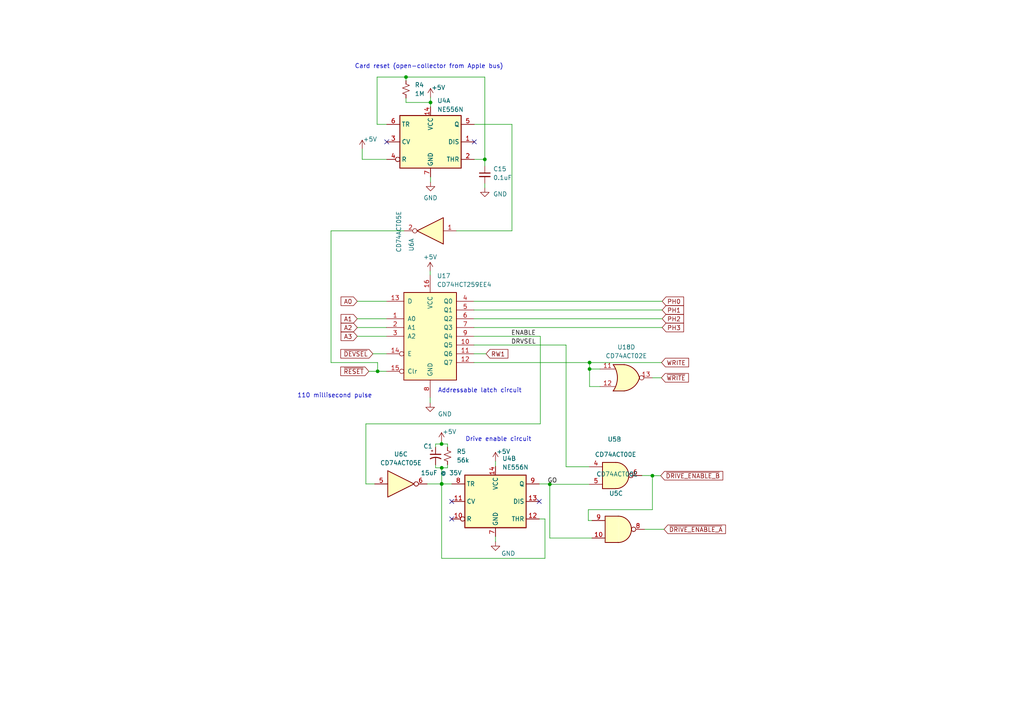
<source format=kicad_sch>
(kicad_sch (version 20230121) (generator eeschema)
  (paper "A4")
  (lib_symbols
    (symbol "74xx:74LS00" (pin_names (offset 1.016))
      (property "Reference" "U" (at 0 1.27 0))
      (property "Value" "74LS00" (at 0 -1.27 0))
      (symbol "74LS00_1_1"
        (arc (start 0 -3.81) (mid 3.7934 0) (end 0 3.81) (stroke (width 0.254)) (fill (type background)))
        (polyline (pts (xy 0 3.81) (xy -3.81 3.81) (xy -3.81 -3.81) (xy 0 -3.81)) (stroke (width 0.254)) (fill (type background)))
        (pin input line (at -7.62 2.54 0) (length 3.81) (name "~") (number "1"))
        (pin input line (at -7.62 -2.54 0) (length 3.81) (name "~") (number "2"))
        (pin output inverted (at 7.62 0 180) (length 3.81) (name "~") (number "3"))
      )
      (symbol "74LS00_1_2"
        (arc (start -3.81 -3.81) (mid -2.589 0) (end -3.81 3.81) (stroke (width 0.254)))
        (arc (start -0.6096 -3.81) (mid 2.1842 -2.5851) (end 3.81 0) (stroke (width 0.254)) (fill (type background)))
        (polyline (pts (xy -3.81 -3.81) (xy -0.635 -3.81)) (stroke (width 0.254)) (fill (type background)))
        (polyline (pts (xy -3.81 3.81) (xy -0.635 3.81)) (stroke (width 0.254)) (fill (type background)))
        (polyline (pts (xy -0.635 3.81) (xy -3.81 3.81) (xy -3.81 3.81) (xy -3.556 3.4036) (xy -3.0226 2.2606) (xy -2.6924 1.0414) (xy -2.6162 -0.254) (xy -2.7686 -1.4986) (xy -3.175 -2.7178) (xy -3.81 -3.81) (xy -3.81 -3.81) (xy -0.635 -3.81)) (stroke (width -25.4)) (fill (type background)))
        (arc (start 3.81 0) (mid 2.1915 2.5936) (end -0.6096 3.81) (stroke (width 0.254)) (fill (type background)))
        (pin input inverted (at -7.62 2.54 0) (length 4.318) (name "~") (number "1"))
        (pin input inverted (at -7.62 -2.54 0) (length 4.318) (name "~") (number "2"))
        (pin output line (at 7.62 0 180) (length 3.81) (name "~") (number "3"))
      )
      (symbol "74LS00_2_1"
        (arc (start 0 -3.81) (mid 3.7934 0) (end 0 3.81) (stroke (width 0.254)) (fill (type background)))
        (polyline (pts (xy 0 3.81) (xy -3.81 3.81) (xy -3.81 -3.81) (xy 0 -3.81)) (stroke (width 0.254)) (fill (type background)))
        (pin input line (at -7.62 2.54 0) (length 3.81) (name "~") (number "4"))
        (pin input line (at -7.62 -2.54 0) (length 3.81) (name "~") (number "5"))
        (pin output inverted (at 7.62 0 180) (length 3.81) (name "~") (number "6"))
      )
      (symbol "74LS00_2_2"
        (arc (start -3.81 -3.81) (mid -2.589 0) (end -3.81 3.81) (stroke (width 0.254)))
        (arc (start -0.6096 -3.81) (mid 2.1842 -2.5851) (end 3.81 0) (stroke (width 0.254)) (fill (type background)))
        (polyline (pts (xy -3.81 -3.81) (xy -0.635 -3.81)) (stroke (width 0.254)) (fill (type background)))
        (polyline (pts (xy -3.81 3.81) (xy -0.635 3.81)) (stroke (width 0.254)) (fill (type background)))
        (polyline (pts (xy -0.635 3.81) (xy -3.81 3.81) (xy -3.81 3.81) (xy -3.556 3.4036) (xy -3.0226 2.2606) (xy -2.6924 1.0414) (xy -2.6162 -0.254) (xy -2.7686 -1.4986) (xy -3.175 -2.7178) (xy -3.81 -3.81) (xy -3.81 -3.81) (xy -0.635 -3.81)) (stroke (width -25.4)) (fill (type background)))
        (arc (start 3.81 0) (mid 2.1915 2.5936) (end -0.6096 3.81) (stroke (width 0.254)) (fill (type background)))
        (pin input inverted (at -7.62 2.54 0) (length 4.318) (name "~") (number "4"))
        (pin input inverted (at -7.62 -2.54 0) (length 4.318) (name "~") (number "5"))
        (pin output line (at 7.62 0 180) (length 3.81) (name "~") (number "6"))
      )
      (symbol "74LS00_3_1"
        (arc (start 0 -3.81) (mid 3.7934 0) (end 0 3.81) (stroke (width 0.254)) (fill (type background)))
        (polyline (pts (xy 0 3.81) (xy -3.81 3.81) (xy -3.81 -3.81) (xy 0 -3.81)) (stroke (width 0.254)) (fill (type background)))
        (pin input line (at -7.62 -2.54 0) (length 3.81) (name "~") (number "10"))
        (pin output inverted (at 7.62 0 180) (length 3.81) (name "~") (number "8"))
        (pin input line (at -7.62 2.54 0) (length 3.81) (name "~") (number "9"))
      )
      (symbol "74LS00_3_2"
        (arc (start -3.81 -3.81) (mid -2.589 0) (end -3.81 3.81) (stroke (width 0.254)))
        (arc (start -0.6096 -3.81) (mid 2.1842 -2.5851) (end 3.81 0) (stroke (width 0.254)) (fill (type background)))
        (polyline (pts (xy -3.81 -3.81) (xy -0.635 -3.81)) (stroke (width 0.254)) (fill (type background)))
        (polyline (pts (xy -3.81 3.81) (xy -0.635 3.81)) (stroke (width 0.254)) (fill (type background)))
        (polyline (pts (xy -0.635 3.81) (xy -3.81 3.81) (xy -3.81 3.81) (xy -3.556 3.4036) (xy -3.0226 2.2606) (xy -2.6924 1.0414) (xy -2.6162 -0.254) (xy -2.7686 -1.4986) (xy -3.175 -2.7178) (xy -3.81 -3.81) (xy -3.81 -3.81) (xy -0.635 -3.81)) (stroke (width -25.4)) (fill (type background)))
        (arc (start 3.81 0) (mid 2.1915 2.5936) (end -0.6096 3.81) (stroke (width 0.254)) (fill (type background)))
        (pin input inverted (at -7.62 -2.54 0) (length 4.318) (name "~") (number "10"))
        (pin output line (at 7.62 0 180) (length 3.81) (name "~") (number "8"))
        (pin input inverted (at -7.62 2.54 0) (length 4.318) (name "~") (number "9"))
      )
      (symbol "74LS00_4_1"
        (arc (start 0 -3.81) (mid 3.7934 0) (end 0 3.81) (stroke (width 0.254)) (fill (type background)))
        (polyline (pts (xy 0 3.81) (xy -3.81 3.81) (xy -3.81 -3.81) (xy 0 -3.81)) (stroke (width 0.254)) (fill (type background)))
        (pin output inverted (at 7.62 0 180) (length 3.81) (name "~") (number "11"))
        (pin input line (at -7.62 2.54 0) (length 3.81) (name "~") (number "12"))
        (pin input line (at -7.62 -2.54 0) (length 3.81) (name "~") (number "13"))
      )
      (symbol "74LS00_4_2"
        (arc (start -3.81 -3.81) (mid -2.589 0) (end -3.81 3.81) (stroke (width 0.254)))
        (arc (start -0.6096 -3.81) (mid 2.1842 -2.5851) (end 3.81 0) (stroke (width 0.254)) (fill (type background)))
        (polyline (pts (xy -3.81 -3.81) (xy -0.635 -3.81)) (stroke (width 0.254)) (fill (type background)))
        (polyline (pts (xy -3.81 3.81) (xy -0.635 3.81)) (stroke (width 0.254)) (fill (type background)))
        (polyline (pts (xy -0.635 3.81) (xy -3.81 3.81) (xy -3.81 3.81) (xy -3.556 3.4036) (xy -3.0226 2.2606) (xy -2.6924 1.0414) (xy -2.6162 -0.254) (xy -2.7686 -1.4986) (xy -3.175 -2.7178) (xy -3.81 -3.81) (xy -3.81 -3.81) (xy -0.635 -3.81)) (stroke (width -25.4)) (fill (type background)))
        (arc (start 3.81 0) (mid 2.1915 2.5936) (end -0.6096 3.81) (stroke (width 0.254)) (fill (type background)))
        (pin output line (at 7.62 0 180) (length 3.81) (name "~") (number "11"))
        (pin input inverted (at -7.62 2.54 0) (length 4.318) (name "~") (number "12"))
        (pin input inverted (at -7.62 -2.54 0) (length 4.318) (name "~") (number "13"))
      )
      (symbol "74LS00_5_0"
        (pin power_in line (at 0 12.7 270) (length 5.08) (name "VCC") (number "14"))
        (pin power_in line (at 0 -12.7 90) (length 5.08) (name "GND") (number "7"))
      )
      (symbol "74LS00_5_1"
        (rectangle (start -5.08 7.62) (end 5.08 -7.62) (stroke (width 0.254)) (fill (type background)))
      )
    )
    (symbol "74xx:74LS02" (pin_names (offset 1.016))
      (property "Reference" "U" (at 0 1.27 0))
      (property "Value" "74LS02" (at 0 -1.27 0))
      (symbol "74LS02_1_1"
        (arc (start -3.81 -3.81) (mid -2.589 0) (end -3.81 3.81) (stroke (width 0.254)))
        (arc (start -0.6096 -3.81) (mid 2.1842 -2.5851) (end 3.81 0) (stroke (width 0.254)) (fill (type background)))
        (polyline (pts (xy -3.81 -3.81) (xy -0.635 -3.81)) (stroke (width 0.254)) (fill (type background)))
        (polyline (pts (xy -3.81 3.81) (xy -0.635 3.81)) (stroke (width 0.254)) (fill (type background)))
        (polyline (pts (xy -0.635 3.81) (xy -3.81 3.81) (xy -3.81 3.81) (xy -3.556 3.4036) (xy -3.0226 2.2606) (xy -2.6924 1.0414) (xy -2.6162 -0.254) (xy -2.7686 -1.4986) (xy -3.175 -2.7178) (xy -3.81 -3.81) (xy -3.81 -3.81) (xy -0.635 -3.81)) (stroke (width -25.4)) (fill (type background)))
        (arc (start 3.81 0) (mid 2.1915 2.5936) (end -0.6096 3.81) (stroke (width 0.254)) (fill (type background)))
        (pin output inverted (at 7.62 0 180) (length 3.81) (name "~") (number "1"))
        (pin input line (at -7.62 2.54 0) (length 4.318) (name "~") (number "2"))
        (pin input line (at -7.62 -2.54 0) (length 4.318) (name "~") (number "3"))
      )
      (symbol "74LS02_1_2"
        (arc (start 0 -3.81) (mid 3.7934 0) (end 0 3.81) (stroke (width 0.254)) (fill (type background)))
        (polyline (pts (xy 0 3.81) (xy -3.81 3.81) (xy -3.81 -3.81) (xy 0 -3.81)) (stroke (width 0.254)) (fill (type background)))
        (pin output line (at 7.62 0 180) (length 3.81) (name "~") (number "1"))
        (pin input inverted (at -7.62 2.54 0) (length 3.81) (name "~") (number "2"))
        (pin input inverted (at -7.62 -2.54 0) (length 3.81) (name "~") (number "3"))
      )
      (symbol "74LS02_2_1"
        (arc (start -3.81 -3.81) (mid -2.589 0) (end -3.81 3.81) (stroke (width 0.254)))
        (arc (start -0.6096 -3.81) (mid 2.1842 -2.5851) (end 3.81 0) (stroke (width 0.254)) (fill (type background)))
        (polyline (pts (xy -3.81 -3.81) (xy -0.635 -3.81)) (stroke (width 0.254)) (fill (type background)))
        (polyline (pts (xy -3.81 3.81) (xy -0.635 3.81)) (stroke (width 0.254)) (fill (type background)))
        (polyline (pts (xy -0.635 3.81) (xy -3.81 3.81) (xy -3.81 3.81) (xy -3.556 3.4036) (xy -3.0226 2.2606) (xy -2.6924 1.0414) (xy -2.6162 -0.254) (xy -2.7686 -1.4986) (xy -3.175 -2.7178) (xy -3.81 -3.81) (xy -3.81 -3.81) (xy -0.635 -3.81)) (stroke (width -25.4)) (fill (type background)))
        (arc (start 3.81 0) (mid 2.1915 2.5936) (end -0.6096 3.81) (stroke (width 0.254)) (fill (type background)))
        (pin output inverted (at 7.62 0 180) (length 3.81) (name "~") (number "4"))
        (pin input line (at -7.62 2.54 0) (length 4.318) (name "~") (number "5"))
        (pin input line (at -7.62 -2.54 0) (length 4.318) (name "~") (number "6"))
      )
      (symbol "74LS02_2_2"
        (arc (start 0 -3.81) (mid 3.7934 0) (end 0 3.81) (stroke (width 0.254)) (fill (type background)))
        (polyline (pts (xy 0 3.81) (xy -3.81 3.81) (xy -3.81 -3.81) (xy 0 -3.81)) (stroke (width 0.254)) (fill (type background)))
        (pin output line (at 7.62 0 180) (length 3.81) (name "~") (number "4"))
        (pin input inverted (at -7.62 2.54 0) (length 3.81) (name "~") (number "5"))
        (pin input inverted (at -7.62 -2.54 0) (length 3.81) (name "~") (number "6"))
      )
      (symbol "74LS02_3_1"
        (arc (start -3.81 -3.81) (mid -2.589 0) (end -3.81 3.81) (stroke (width 0.254)))
        (arc (start -0.6096 -3.81) (mid 2.1842 -2.5851) (end 3.81 0) (stroke (width 0.254)) (fill (type background)))
        (polyline (pts (xy -3.81 -3.81) (xy -0.635 -3.81)) (stroke (width 0.254)) (fill (type background)))
        (polyline (pts (xy -3.81 3.81) (xy -0.635 3.81)) (stroke (width 0.254)) (fill (type background)))
        (polyline (pts (xy -0.635 3.81) (xy -3.81 3.81) (xy -3.81 3.81) (xy -3.556 3.4036) (xy -3.0226 2.2606) (xy -2.6924 1.0414) (xy -2.6162 -0.254) (xy -2.7686 -1.4986) (xy -3.175 -2.7178) (xy -3.81 -3.81) (xy -3.81 -3.81) (xy -0.635 -3.81)) (stroke (width -25.4)) (fill (type background)))
        (arc (start 3.81 0) (mid 2.1915 2.5936) (end -0.6096 3.81) (stroke (width 0.254)) (fill (type background)))
        (pin output inverted (at 7.62 0 180) (length 3.81) (name "~") (number "10"))
        (pin input line (at -7.62 2.54 0) (length 4.318) (name "~") (number "8"))
        (pin input line (at -7.62 -2.54 0) (length 4.318) (name "~") (number "9"))
      )
      (symbol "74LS02_3_2"
        (arc (start 0 -3.81) (mid 3.7934 0) (end 0 3.81) (stroke (width 0.254)) (fill (type background)))
        (polyline (pts (xy 0 3.81) (xy -3.81 3.81) (xy -3.81 -3.81) (xy 0 -3.81)) (stroke (width 0.254)) (fill (type background)))
        (pin output line (at 7.62 0 180) (length 3.81) (name "~") (number "10"))
        (pin input inverted (at -7.62 2.54 0) (length 3.81) (name "~") (number "8"))
        (pin input inverted (at -7.62 -2.54 0) (length 3.81) (name "~") (number "9"))
      )
      (symbol "74LS02_4_1"
        (arc (start -3.81 -3.81) (mid -2.589 0) (end -3.81 3.81) (stroke (width 0.254)))
        (arc (start -0.6096 -3.81) (mid 2.1842 -2.5851) (end 3.81 0) (stroke (width 0.254)) (fill (type background)))
        (polyline (pts (xy -3.81 -3.81) (xy -0.635 -3.81)) (stroke (width 0.254)) (fill (type background)))
        (polyline (pts (xy -3.81 3.81) (xy -0.635 3.81)) (stroke (width 0.254)) (fill (type background)))
        (polyline (pts (xy -0.635 3.81) (xy -3.81 3.81) (xy -3.81 3.81) (xy -3.556 3.4036) (xy -3.0226 2.2606) (xy -2.6924 1.0414) (xy -2.6162 -0.254) (xy -2.7686 -1.4986) (xy -3.175 -2.7178) (xy -3.81 -3.81) (xy -3.81 -3.81) (xy -0.635 -3.81)) (stroke (width -25.4)) (fill (type background)))
        (arc (start 3.81 0) (mid 2.1915 2.5936) (end -0.6096 3.81) (stroke (width 0.254)) (fill (type background)))
        (pin input line (at -7.62 2.54 0) (length 4.318) (name "~") (number "11"))
        (pin input line (at -7.62 -2.54 0) (length 4.318) (name "~") (number "12"))
        (pin output inverted (at 7.62 0 180) (length 3.81) (name "~") (number "13"))
      )
      (symbol "74LS02_4_2"
        (arc (start 0 -3.81) (mid 3.7934 0) (end 0 3.81) (stroke (width 0.254)) (fill (type background)))
        (polyline (pts (xy 0 3.81) (xy -3.81 3.81) (xy -3.81 -3.81) (xy 0 -3.81)) (stroke (width 0.254)) (fill (type background)))
        (pin input inverted (at -7.62 2.54 0) (length 3.81) (name "~") (number "11"))
        (pin input inverted (at -7.62 -2.54 0) (length 3.81) (name "~") (number "12"))
        (pin output line (at 7.62 0 180) (length 3.81) (name "~") (number "13"))
      )
      (symbol "74LS02_5_0"
        (pin power_in line (at 0 12.7 270) (length 5.08) (name "VCC") (number "14"))
        (pin power_in line (at 0 -12.7 90) (length 5.08) (name "GND") (number "7"))
      )
      (symbol "74LS02_5_1"
        (rectangle (start -5.08 7.62) (end 5.08 -7.62) (stroke (width 0.254)) (fill (type background)))
      )
    )
    (symbol "74xx:74LS05" (pin_names (offset 1.016))
      (property "Reference" "U" (at 0 1.27 0))
      (property "Value" "74LS05" (at 0 -1.27 0))
      (symbol "74LS05_1_0"
        (polyline (pts (xy -3.81 3.81) (xy -3.81 -3.81) (xy 3.81 0) (xy -3.81 3.81)) (stroke (width 0.254)) (fill (type background)))
        (pin input line (at -7.62 0 0) (length 3.81) (name "~") (number "1"))
        (pin open_collector inverted (at 7.62 0 180) (length 3.81) (name "~") (number "2"))
      )
      (symbol "74LS05_2_0"
        (polyline (pts (xy -3.81 3.81) (xy -3.81 -3.81) (xy 3.81 0) (xy -3.81 3.81)) (stroke (width 0.254)) (fill (type background)))
        (pin input line (at -7.62 0 0) (length 3.81) (name "~") (number "3"))
        (pin open_collector inverted (at 7.62 0 180) (length 3.81) (name "~") (number "4"))
      )
      (symbol "74LS05_3_0"
        (polyline (pts (xy -3.81 3.81) (xy -3.81 -3.81) (xy 3.81 0) (xy -3.81 3.81)) (stroke (width 0.254)) (fill (type background)))
        (pin input line (at -7.62 0 0) (length 3.81) (name "~") (number "5"))
        (pin open_collector inverted (at 7.62 0 180) (length 3.81) (name "~") (number "6"))
      )
      (symbol "74LS05_4_0"
        (polyline (pts (xy -3.81 3.81) (xy -3.81 -3.81) (xy 3.81 0) (xy -3.81 3.81)) (stroke (width 0.254)) (fill (type background)))
        (pin open_collector inverted (at 7.62 0 180) (length 3.81) (name "~") (number "8"))
        (pin input line (at -7.62 0 0) (length 3.81) (name "~") (number "9"))
      )
      (symbol "74LS05_5_0"
        (polyline (pts (xy -3.81 3.81) (xy -3.81 -3.81) (xy 3.81 0) (xy -3.81 3.81)) (stroke (width 0.254)) (fill (type background)))
        (pin open_collector inverted (at 7.62 0 180) (length 3.81) (name "~") (number "10"))
        (pin input line (at -7.62 0 0) (length 3.81) (name "~") (number "11"))
      )
      (symbol "74LS05_6_0"
        (polyline (pts (xy -3.81 3.81) (xy -3.81 -3.81) (xy 3.81 0) (xy -3.81 3.81)) (stroke (width 0.254)) (fill (type background)))
        (pin open_collector inverted (at 7.62 0 180) (length 3.81) (name "~") (number "12"))
        (pin input line (at -7.62 0 0) (length 3.81) (name "~") (number "13"))
      )
      (symbol "74LS05_7_0"
        (pin power_in line (at 0 12.7 270) (length 5.08) (name "VCC") (number "14"))
        (pin power_in line (at 0 -12.7 90) (length 5.08) (name "GND") (number "7"))
      )
      (symbol "74LS05_7_1"
        (rectangle (start -5.08 7.62) (end 5.08 -7.62) (stroke (width 0.254)) (fill (type background)))
      )
    )
    (symbol "74xx:74LS259" (pin_names (offset 1.016))
      (property "Reference" "U" (at -7.62 13.97 0))
      (property "Value" "74LS259" (at -7.62 -13.97 0))
      (symbol "74LS259_1_0"
        (pin input line (at -12.7 5.08 0) (length 5.08) (name "A0") (number "1"))
        (pin output line (at 12.7 -2.54 180) (length 5.08) (name "Q5") (number "10"))
        (pin output line (at 12.7 -5.08 180) (length 5.08) (name "Q6") (number "11"))
        (pin output line (at 12.7 -7.62 180) (length 5.08) (name "Q7") (number "12"))
        (pin input line (at -12.7 10.16 0) (length 5.08) (name "D") (number "13"))
        (pin input inverted (at -12.7 -5.08 0) (length 5.08) (name "E") (number "14"))
        (pin input inverted (at -12.7 -10.16 0) (length 5.08) (name "Clr") (number "15"))
        (pin power_in line (at 0 17.78 270) (length 5.08) (name "VCC") (number "16"))
        (pin input line (at -12.7 2.54 0) (length 5.08) (name "A1") (number "2"))
        (pin input line (at -12.7 0 0) (length 5.08) (name "A2") (number "3"))
        (pin output line (at 12.7 10.16 180) (length 5.08) (name "Q0") (number "4"))
        (pin output line (at 12.7 7.62 180) (length 5.08) (name "Q1") (number "5"))
        (pin output line (at 12.7 5.08 180) (length 5.08) (name "Q2") (number "6"))
        (pin output line (at 12.7 2.54 180) (length 5.08) (name "Q3") (number "7"))
        (pin power_in line (at 0 -17.78 90) (length 5.08) (name "GND") (number "8"))
        (pin output line (at 12.7 0 180) (length 5.08) (name "Q4") (number "9"))
      )
      (symbol "74LS259_1_1"
        (rectangle (start -7.62 12.7) (end 7.62 -12.7) (stroke (width 0.254)) (fill (type background)))
      )
    )
    (symbol "Device:C_Polarized_Small_US" (pin_numbers hide) (pin_names (offset 0.254) hide)
      (property "Reference" "C" (at 0.254 1.778 0))
      (property "Value" "C_Polarized_Small_US" (at 0.254 -2.032 0))
      (symbol "C_Polarized_Small_US_0_1"
        (polyline (pts (xy -1.524 0.508) (xy 1.524 0.508)) (stroke (width 0.3048)))
        (polyline (pts (xy -1.27 1.524) (xy -0.762 1.524)))
        (polyline (pts (xy -1.016 1.27) (xy -1.016 1.778)))
        (arc (start 1.524 -0.762) (mid 0 -0.3734) (end -1.524 -0.762) (stroke (width 0.3048)))
      )
      (symbol "C_Polarized_Small_US_1_1"
        (pin passive line (at 0 2.54 270) (length 2.032) (name "~") (number "1"))
        (pin passive line (at 0 -2.54 90) (length 2.032) (name "~") (number "2"))
      )
    )
    (symbol "Device:C_Small" (pin_numbers hide) (pin_names (offset 0.254) hide)
      (property "Reference" "C" (at 0.254 1.778 0))
      (property "Value" "C_Small" (at 0.254 -2.032 0))
      (symbol "C_Small_0_1"
        (polyline (pts (xy -1.524 -0.508) (xy 1.524 -0.508)) (stroke (width 0.3302)))
        (polyline (pts (xy -1.524 0.508) (xy 1.524 0.508)) (stroke (width 0.3048)))
      )
      (symbol "C_Small_1_1"
        (pin passive line (at 0 2.54 270) (length 2.032) (name "~") (number "1"))
        (pin passive line (at 0 -2.54 90) (length 2.032) (name "~") (number "2"))
      )
    )
    (symbol "Device:R_Small_US" (pin_numbers hide) (pin_names (offset 0.254) hide)
      (property "Reference" "R" (at 0.762 0.508 0))
      (property "Value" "R_Small_US" (at 0.762 -1.016 0))
      (symbol "R_Small_US_1_1"
        (polyline (pts (xy 0 0) (xy 1.016 -0.381) (xy 0 -0.762) (xy -1.016 -1.143) (xy 0 -1.524)))
        (polyline (pts (xy 0 1.524) (xy 1.016 1.143) (xy 0 0.762) (xy -1.016 0.381) (xy 0 0)))
        (pin passive line (at 0 2.54 270) (length 1.016) (name "~") (number "1"))
        (pin passive line (at 0 -2.54 90) (length 1.016) (name "~") (number "2"))
      )
    )
    (symbol "Timer:NE556"
      (property "Reference" "U" (at -10.16 8.89 0))
      (property "Value" "NE556" (at -10.16 -8.89 0))
      (symbol "NE556_0_0"
        (pin power_in line (at 0 10.16 270) (length 2.54) (name "VCC") (number "14"))
        (pin power_in line (at 0 -10.16 90) (length 2.54) (name "GND") (number "7"))
      )
      (symbol "NE556_0_1"
        (rectangle (start -8.89 -7.62) (end 8.89 7.62) (stroke (width 0.254)) (fill (type background)))
        (rectangle (start -8.89 -7.62) (end 8.89 7.62) (stroke (width 0.254)) (fill (type background)))
      )
      (symbol "NE556_1_1"
        (pin input line (at 12.7 0 180) (length 3.81) (name "DIS") (number "1"))
        (pin input line (at 12.7 -5.08 180) (length 3.81) (name "THR") (number "2"))
        (pin input line (at -12.7 0 0) (length 3.81) (name "CV") (number "3"))
        (pin input inverted (at -12.7 -5.08 0) (length 3.81) (name "R") (number "4"))
        (pin output line (at 12.7 5.08 180) (length 3.81) (name "Q") (number "5"))
        (pin input line (at -12.7 5.08 0) (length 3.81) (name "TR") (number "6"))
      )
      (symbol "NE556_2_1"
        (pin input inverted (at -12.7 -5.08 0) (length 3.81) (name "R") (number "10"))
        (pin input line (at -12.7 0 0) (length 3.81) (name "CV") (number "11"))
        (pin input line (at 12.7 -5.08 180) (length 3.81) (name "THR") (number "12"))
        (pin input line (at 12.7 0 180) (length 3.81) (name "DIS") (number "13"))
        (pin input line (at -12.7 5.08 0) (length 3.81) (name "TR") (number "8"))
        (pin output line (at 12.7 5.08 180) (length 3.81) (name "Q") (number "9"))
      )
    )
    (symbol "power:+5V" (power) (pin_names (offset 0))
      (property "Value" "+5V" (at 0 3.556 0))
      (symbol "+5V_0_1"
        (polyline (pts (xy -0.762 1.27) (xy 0 2.54)))
        (polyline (pts (xy 0 0) (xy 0 2.54)))
        (polyline (pts (xy 0 2.54) (xy 0.762 1.27)))
      )
      (symbol "+5V_1_1"
        (pin power_in line (at 0 0 90) (length 0) hide (name "+5V") (number "1"))
      )
    )
    (symbol "power:GND" (power) (pin_names (offset 0))
      (property "Value" "GND" (at 0 -3.81 0))
      (symbol "GND_0_1"
        (polyline (pts (xy 0 0) (xy 0 -1.27) (xy 1.27 -1.27) (xy 0 -2.54) (xy -1.27 -1.27) (xy 0 -1.27)))
      )
      (symbol "GND_1_1"
        (pin power_in line (at 0 0 270) (length 0) hide (name "GND") (number "1"))
      )
    )
  )
  (junction (at 124.8664 29.718))
  (junction (at 170.9928 107.0356))
  (junction (at 117.7544 22.352))
  (junction (at 128.0922 140.3604))
  (junction (at 109.5248 107.696))
  (junction (at 170.9928 105.156))
  (junction (at 128.1176 140.3604))
  (junction (at 189.23 137.9728))
  (junction (at 159.4612 140.462))
  (junction (at 140.6144 46.228))
  (junction (at 128.1176 135.6868))
  (junction (at 128.0668 128.778))
  (no_connect (at 131.0132 150.5204))
  (no_connect (at 112.1664 41.148))
  (no_connect (at 156.4132 145.4404))
  (no_connect (at 131.0132 145.4404))
  (no_connect (at 137.5664 41.148))
  (wire (pts (xy 128.0668 128.778) (xy 129.794 128.778)))
  (wire (pts (xy 137.4648 94.996) (xy 192.0494 94.996)))
  (wire (pts (xy 189.2808 109.5756) (xy 191.8208 109.5756)))
  (wire (pts (xy 105.0544 43.18) (xy 105.0544 46.228)))
  (wire (pts (xy 109.5248 107.696) (xy 112.0648 107.696)))
  (wire (pts (xy 124.8664 51.308) (xy 124.8664 52.832)))
  (wire (pts (xy 164.1348 100.076) (xy 137.4648 100.076)))
  (wire (pts (xy 108.1532 102.616) (xy 112.0648 102.616)))
  (wire (pts (xy 117.7544 22.352) (xy 140.6144 22.352)))
  (wire (pts (xy 109.3724 22.352) (xy 117.7544 22.352)))
  (wire (pts (xy 137.4648 92.456) (xy 192.0494 92.456)))
  (wire (pts (xy 128.0922 161.9504) (xy 158.0642 161.9504)))
  (wire (pts (xy 96.012 105.156) (xy 109.5248 105.156)))
  (wire (pts (xy 129.794 135.6868) (xy 129.794 134.7724)))
  (wire (pts (xy 128.1176 140.3604) (xy 131.0132 140.3604)))
  (wire (pts (xy 124.7648 115.316) (xy 124.7648 116.84)))
  (wire (pts (xy 103.632 87.376) (xy 112.0648 87.376)))
  (wire (pts (xy 156.718 122.936) (xy 156.718 97.536)))
  (wire (pts (xy 106.1212 140.3604) (xy 108.6612 140.3604)))
  (wire (pts (xy 123.9012 140.3604) (xy 128.0922 140.3604)))
  (wire (pts (xy 117.7544 29.718) (xy 124.8664 29.718)))
  (wire (pts (xy 148.4884 66.9544) (xy 132.3848 66.9544)))
  (wire (pts (xy 126.3396 128.778) (xy 128.0668 128.778)))
  (wire (pts (xy 137.4648 89.916) (xy 192.0494 89.916)))
  (wire (pts (xy 159.4612 140.462) (xy 159.4612 156.0576)))
  (wire (pts (xy 103.632 97.536) (xy 112.0648 97.536)))
  (wire (pts (xy 170.9928 112.1156) (xy 174.0408 112.1156)))
  (wire (pts (xy 124.7648 78.613) (xy 124.7648 79.756)))
  (wire (pts (xy 128.0922 140.3604) (xy 128.0922 161.9504)))
  (wire (pts (xy 189.23 137.9728) (xy 191.6176 137.9728)))
  (wire (pts (xy 137.4648 105.156) (xy 170.9928 105.156)))
  (wire (pts (xy 164.1856 100.1268) (xy 164.1856 135.382)))
  (wire (pts (xy 126.3396 129.7432) (xy 126.3396 128.778)))
  (wire (pts (xy 186.182 137.922) (xy 189.23 137.922)))
  (wire (pts (xy 105.0544 46.228) (xy 112.1664 46.228)))
  (wire (pts (xy 158.0642 161.9504) (xy 158.0642 150.5204)))
  (wire (pts (xy 128.1176 135.6868) (xy 128.1176 140.3604)))
  (wire (pts (xy 158.0642 150.5204) (xy 156.4132 150.5204)))
  (wire (pts (xy 117.7544 28.448) (xy 117.7544 29.718)))
  (wire (pts (xy 186.944 153.5176) (xy 192.5828 153.5176)))
  (wire (pts (xy 140.6144 46.228) (xy 140.6144 48.1584)))
  (wire (pts (xy 143.7132 155.6004) (xy 143.7132 157.1244)))
  (wire (pts (xy 164.1348 100.1268) (xy 164.1348 100.076)))
  (wire (pts (xy 171.704 150.9776) (xy 170.6372 150.9776)))
  (wire (pts (xy 189.23 137.9728) (xy 189.23 137.922)))
  (wire (pts (xy 170.942 140.462) (xy 159.4612 140.462)))
  (wire (pts (xy 170.6372 147.828) (xy 170.6372 150.9776)))
  (wire (pts (xy 106.9848 107.696) (xy 109.5248 107.696)))
  (wire (pts (xy 137.4648 87.376) (xy 192.0494 87.376)))
  (wire (pts (xy 126.3396 135.6868) (xy 128.1176 135.6868)))
  (wire (pts (xy 137.4648 102.616) (xy 140.97 102.616)))
  (wire (pts (xy 137.5664 46.228) (xy 140.6144 46.228)))
  (wire (pts (xy 137.5664 36.068) (xy 148.4884 36.068)))
  (wire (pts (xy 156.718 97.536) (xy 137.4648 97.536)))
  (wire (pts (xy 140.6144 53.2384) (xy 140.6144 54.5084)))
  (wire (pts (xy 96.012 66.9544) (xy 96.012 105.156)))
  (wire (pts (xy 103.632 92.456) (xy 112.0648 92.456)))
  (wire (pts (xy 128.0668 128.016) (xy 128.0668 128.778)))
  (wire (pts (xy 189.23 147.828) (xy 170.6372 147.828)))
  (wire (pts (xy 106.1212 122.936) (xy 156.718 122.936)))
  (wire (pts (xy 103.632 94.996) (xy 112.0648 94.996)))
  (wire (pts (xy 164.1348 100.1268) (xy 164.1856 100.1268)))
  (wire (pts (xy 159.4612 156.0576) (xy 171.704 156.0576)))
  (wire (pts (xy 156.4132 140.3604) (xy 159.4612 140.3604)))
  (wire (pts (xy 170.9928 107.0356) (xy 170.9928 112.1156)))
  (wire (pts (xy 189.23 137.9728) (xy 189.23 147.828)))
  (wire (pts (xy 128.1176 135.6868) (xy 129.794 135.6868)))
  (wire (pts (xy 148.4884 36.068) (xy 148.4884 66.9544)))
  (wire (pts (xy 140.6144 22.352) (xy 140.6144 46.228)))
  (wire (pts (xy 117.7544 22.352) (xy 117.7544 23.368)))
  (wire (pts (xy 124.8664 28.194) (xy 124.8664 29.718)))
  (wire (pts (xy 106.1212 140.3604) (xy 106.1212 122.936)))
  (wire (pts (xy 170.9928 105.156) (xy 191.8716 105.156)))
  (wire (pts (xy 170.9928 105.156) (xy 170.9928 107.0356)))
  (wire (pts (xy 128.0922 140.3604) (xy 128.1176 140.3604)))
  (wire (pts (xy 170.9928 107.0356) (xy 174.0408 107.0356)))
  (wire (pts (xy 164.1856 135.382) (xy 170.942 135.382)))
  (wire (pts (xy 117.1448 66.9544) (xy 96.012 66.9544)))
  (wire (pts (xy 159.4612 140.3604) (xy 159.4612 140.462)))
  (wire (pts (xy 143.7132 133.7564) (xy 143.7132 135.2804)))
  (wire (pts (xy 109.5248 107.696) (xy 109.5248 105.156)))
  (wire (pts (xy 109.3724 36.068) (xy 109.3724 22.352)))
  (wire (pts (xy 126.3396 134.8232) (xy 126.3396 135.6868)))
  (wire (pts (xy 112.1664 36.068) (xy 109.3724 36.068)))
  (wire (pts (xy 124.8664 29.718) (xy 124.8664 30.988)))
  (wire (pts (xy 129.794 128.778) (xy 129.794 129.6924)))
  (text "Drive enable circuit" (at 134.9756 128.2192 0) (effects (font (size 1.27 1.27)) (justify left bottom)))
  (text "Addressable latch circuit" (at 127 114.0968 0) (effects (font (size 1.27 1.27)) (justify left bottom)))
  (text "Card reset (open-collector from Apple bus)" (at 102.87 20.066 0) (effects (font (size 1.27 1.27)) (justify left bottom)))
  (text "110 millisecond pulse" (at 86.2076 115.57 0) (effects (font (size 1.27 1.27)) (justify left bottom)))
  (label "DRVSEL" (at 148.2344 100.076 0))
  (label "ENABLE" (at 148.2344 97.536 0))
  (label "GO" (at 158.8008 140.3604 0))
  (global_label "A3" (shape input) (at 103.632 97.536 180) (property "Intersheetrefs" "${INTERSHEET_REFS}" (effects hide)))
  (global_label "~{DRIVE_ENABLE_B}" (shape input) (at 191.6176 137.9728 0) (property "Intersheetrefs" "${INTERSHEET_REFS}" (effects hide)))
  (global_label "PH3" (shape input) (at 192.0494 94.996 0) (property "Intersheetrefs" "${INTERSHEET_REFS}" (effects hide)))
  (global_label "A2" (shape input) (at 103.632 94.996 180) (property "Intersheetrefs" "${INTERSHEET_REFS}" (effects hide)))
  (global_label "A1" (shape input) (at 103.632 92.456 180) (property "Intersheetrefs" "${INTERSHEET_REFS}" (effects hide)))
  (global_label "RW1" (shape input) (at 140.97 102.616 0) (property "Intersheetrefs" "${INTERSHEET_REFS}" (effects hide)))
  (global_label "WRITE" (shape input) (at 191.8716 105.156 0) (property "Intersheetrefs" "${INTERSHEET_REFS}" (effects hide)))
  (global_label "~{RESET}" (shape input) (at 106.9848 107.696 180) (property "Intersheetrefs" "${INTERSHEET_REFS}" (effects hide)))
  (global_label "A0" (shape input) (at 103.632 87.376 180) (property "Intersheetrefs" "${INTERSHEET_REFS}" (effects hide)))
  (global_label "~{DEVSEL}" (shape input) (at 108.1532 102.616 180) (property "Intersheetrefs" "${INTERSHEET_REFS}" (effects hide)))
  (global_label "PH0" (shape input) (at 192.0494 87.376 0) (property "Intersheetrefs" "${INTERSHEET_REFS}" (effects hide)))
  (global_label "PH1" (shape input) (at 192.0494 89.916 0) (property "Intersheetrefs" "${INTERSHEET_REFS}" (effects hide)))
  (global_label "~{DRIVE_ENABLE_A}" (shape input) (at 192.5828 153.5176 0) (property "Intersheetrefs" "${INTERSHEET_REFS}" (effects hide)))
  (global_label "~{WRITE}" (shape input) (at 191.8208 109.5756 0) (property "Intersheetrefs" "${INTERSHEET_REFS}" (effects hide)))
  (global_label "PH2" (shape input) (at 192.0494 92.456 0) (property "Intersheetrefs" "${INTERSHEET_REFS}" (effects hide)))
  (symbol (lib_id "power:GND") (at 124.7648 116.84 0) (unit 1)
    (property "Reference" "#PWR057" (effects hide))
    (property "Value" "GND" (at 129.032 120.0912 0))
    (instances (project "MicroSci Floppy Controller" (path "" (reference "#PWR057") (unit 1)) (path "" (reference "#PWR047") (unit 1))))
  )
  (symbol (lib_id "74xx:74LS00") (at 178.562 137.922 0) (unit 2)
    (property "Reference" "U5" (at 178.2318 127.4064 0))
    (property "Value" "CD74ACT00E" (at 178.5537 131.826 0))
    (property "Footprint" "Package_DIP:DIP-14_W7.62mm" (effects hide))
    (property "Datasheet" "http://www.ti.com/lit/gpn/sn74ls00" (effects hide))
  )
  (symbol (lib_id "Timer:NE556") (at 143.7132 145.4404 0) (unit 2)
    (property "Reference" "U4" (at 145.6691 132.9944 0) (effects (justify left)))
    (property "Value" "NE556N " (at 145.6691 135.5344 0) (effects (justify left)))
    (property "Footprint" "Package_DIP:DIP-14_W7.62mm" (effects hide))
    (property "Datasheet" "http://www.ti.com/lit/ds/symlink/ne556.pdf" (effects hide))
  )
  (symbol (lib_id "power:+5V") (at 128.0668 128.016 0) (unit 1)
    (property "Reference" "#PWR045" (effects hide))
    (property "Value" "+5V" (at 130.3528 125.222 0))
    (instances (project "MicroSci Floppy Controller" (path "" (reference "#PWR045") (unit 1)) (path "" (reference "#PWR057") (unit 1))))
  )
  (symbol (lib_id "power:GND") (at 124.8664 52.832 0) (unit 1)
    (property "Reference" "#PWR012" (effects hide))
    (property "Value" "GND" (at 124.8664 57.404 0))
  )
  (symbol (lib_id "Timer:NE556") (at 124.8664 41.148 0) (unit 1)
    (property "Reference" "U4" (at 126.8223 29.21 0) (effects (justify left)))
    (property "Value" "NE556N " (at 126.8223 31.75 0) (effects (justify left)))
    (property "Footprint" "Package_DIP:DIP-14_W7.62mm" (effects hide))
    (property "Datasheet" "http://www.ti.com/lit/ds/symlink/ne556.pdf" (effects hide))
  )
  (symbol (lib_id "power:+5V") (at 124.7648 78.613 0) (unit 1)
    (property "Reference" "#PWR069" (effects hide))
    (property "Value" "+5V" (at 124.7648 74.549 0))
    (instances (project "MicroSci Floppy Controller" (path "" (reference "#PWR069") (unit 1)) (path "" (reference "#PWR045") (unit 1))) (project "Sequential Systems Q-Print" (path "" (reference "#PWR09") (unit 1))))
  )
  (symbol (lib_id "power:+5V") (at 124.8664 28.194 0) (unit 1)
    (property "Reference" "#PWR09" (effects hide))
    (property "Value" "+5V" (at 127.1524 25.4 0))
  )
  (symbol (lib_id "74xx:74LS259") (at 124.7648 97.536 0) (unit 1)
    (property "Reference" "U17" (at 126.7207 80.01 0) (effects (justify left)))
    (property "Value" "CD74HCT259EE4" (at 126.7207 82.55 0) (effects (justify left)))
    (property "Footprint" "Package_DIP:DIP-16_W7.62mm" (effects hide))
    (property "Datasheet" "http://www.ti.com/lit/gpn/sn74LS259" (effects hide))
  )
  (symbol (lib_id "74xx:74LS00") (at 179.324 153.5176 0) (unit 3)
    (property "Reference" "U5" (at 178.689 143.1036 0))
    (property "Value" "CD74ACT00E" (at 178.9938 137.5156 0))
    (property "Footprint" "Package_DIP:DIP-14_W7.62mm" (effects hide))
    (property "Datasheet" "http://www.ti.com/lit/gpn/sn74ls00" (effects hide))
  )
  (symbol (lib_id "Device:R_Small_US") (at 117.7544 25.908 0) (unit 1)
    (property "Reference" "R4" (at 120.2944 24.638 0) (effects (justify left)))
    (property "Value" "1M" (at 120.2944 27.178 0) (effects (justify left)))
    (property "Footprint" "Resistor_THT:R_Axial_DIN0207_L6.3mm_D2.5mm_P7.62mm_Horizontal" (effects hide))
  )
  (symbol (lib_id "Device:C_Small") (at 140.6144 50.6984 0) (unit 1)
    (property "Reference" "C15" (at 143.0274 48.9966 0) (effects (justify left)))
    (property "Value" "0.1uF" (at 143.0274 51.5366 0) (effects (justify left)))
    (property "Footprint" "Capacitor_THT:C_Disc_D5.0mm_W2.5mm_P5.00mm" (effects hide))
  )
  (symbol (lib_id "Device:R_Small_US") (at 129.794 132.2324 0) (unit 1)
    (property "Reference" "R5" (at 132.461 130.9624 0) (effects (justify left)))
    (property "Value" "56k" (at 132.461 133.5024 0) (effects (justify left)))
    (property "Footprint" "Resistor_THT:R_Axial_DIN0207_L6.3mm_D2.5mm_P7.62mm_Horizontal" (effects hide))
  )
  (symbol (lib_id "power:+5V") (at 105.0544 43.18 0) (unit 1)
    (property "Reference" "#PWR010" (effects hide))
    (property "Value" "+5V" (at 107.3404 40.386 0))
  )
  (symbol (lib_id "power:+5V") (at 143.7132 133.7564 0) (unit 1)
    (property "Reference" "#PWR013" (effects hide))
    (property "Value" "+5V" (at 145.9992 130.9624 0))
    (instances (project "MicroSci Floppy Controller" (path "" (reference "#PWR013") (unit 1)) (path "" (reference "#PWR069") (unit 1))))
  )
  (symbol (lib_id "74xx:74LS05") (at 124.7648 66.9544 180) (unit 1)
    (property "Reference" "U6" (at 119.3292 69.088 90) (effects (justify left)))
    (property "Value" "CD74ACT05E" (at 115.6716 61.1632 90) (effects (justify left)))
    (property "Footprint" "Package_DIP:DIP-14_W7.62mm" (effects hide))
    (property "Datasheet" "http://www.ti.com/lit/gpn/sn74LS05" (effects hide))
  )
  (symbol (lib_id "74xx:74LS02") (at 181.6608 109.5756 0) (unit 4)
    (property "Reference" "U18" (at 181.6608 100.6856 0))
    (property "Value" "CD74ACT02E" (at 181.6608 103.2256 0))
    (property "Footprint" "Package_DIP:DIP-14_W7.62mm" (effects hide))
    (property "Datasheet" "http://www.ti.com/lit/gpn/sn74ls02" (effects hide))
  )
  (symbol (lib_id "Device:C_Polarized_Small_US") (at 126.3396 132.2832 0) (unit 1)
    (property "Reference" "C1" (at 122.7836 129.4384 0) (effects (justify left)))
    (property "Value" "15uF @ 35V" (at 122.0216 137.16 0) (effects (justify left)))
    (property "Footprint" "Capacitor_THT:CP_Radial_D7.5mm_P2.50mm" (effects hide))
  )
  (symbol (lib_id "power:GND") (at 143.7132 157.1244 0) (unit 1)
    (property "Reference" "#PWR047" (effects hide))
    (property "Value" "GND" (at 147.4216 160.528 0))
    (instances (project "MicroSci Floppy Controller" (path "" (reference "#PWR047") (unit 1)) (path "" (reference "#PWR0102") (unit 1))))
  )
  (symbol (lib_id "74xx:74LS05") (at 116.2812 140.3604 0) (unit 3)
    (property "Reference" "U6" (at 116.2812 131.7244 0))
    (property "Value" "CD74ACT05E" (at 116.2812 134.2644 0))
    (property "Footprint" "Package_DIP:DIP-14_W7.62mm" (effects hide))
    (property "Datasheet" "http://www.ti.com/lit/gpn/sn74LS05" (effects hide))
  )
  (symbol (lib_id "power:GND") (at 140.6144 54.5084 0) (unit 1)
    (property "Reference" "#PWR0102" (effects hide))
    (property "Value" "GND" (at 145.0594 56.2864 0))
    (instances (project "MicroSci Floppy Controller" (path "" (reference "#PWR0102") (unit 1)) (path "" (reference "#PWR013") (unit 1))))
  )
)
</source>
